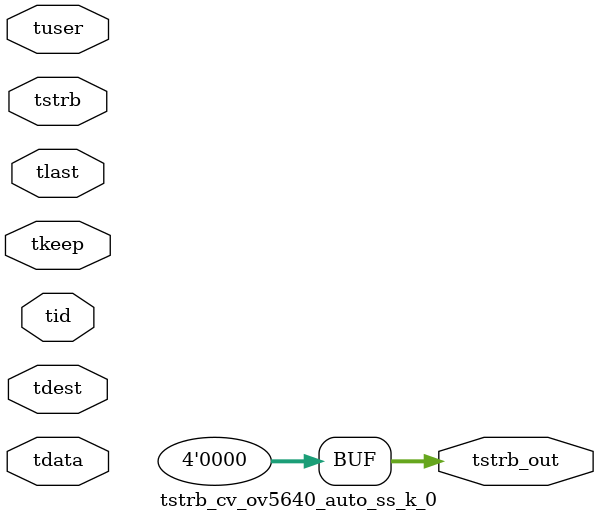
<source format=v>


`timescale 1ps/1ps

module tstrb_cv_ov5640_auto_ss_k_0 #
(
parameter C_S_AXIS_TDATA_WIDTH = 32,
parameter C_S_AXIS_TUSER_WIDTH = 0,
parameter C_S_AXIS_TID_WIDTH   = 0,
parameter C_S_AXIS_TDEST_WIDTH = 0,
parameter C_M_AXIS_TDATA_WIDTH = 32
)
(
input  [(C_S_AXIS_TDATA_WIDTH == 0 ? 1 : C_S_AXIS_TDATA_WIDTH)-1:0     ] tdata,
input  [(C_S_AXIS_TUSER_WIDTH == 0 ? 1 : C_S_AXIS_TUSER_WIDTH)-1:0     ] tuser,
input  [(C_S_AXIS_TID_WIDTH   == 0 ? 1 : C_S_AXIS_TID_WIDTH)-1:0       ] tid,
input  [(C_S_AXIS_TDEST_WIDTH == 0 ? 1 : C_S_AXIS_TDEST_WIDTH)-1:0     ] tdest,
input  [(C_S_AXIS_TDATA_WIDTH/8)-1:0 ] tkeep,
input  [(C_S_AXIS_TDATA_WIDTH/8)-1:0 ] tstrb,
input                                                                    tlast,
output [(C_M_AXIS_TDATA_WIDTH/8)-1:0 ] tstrb_out
);

assign tstrb_out = {1'b0};

endmodule


</source>
